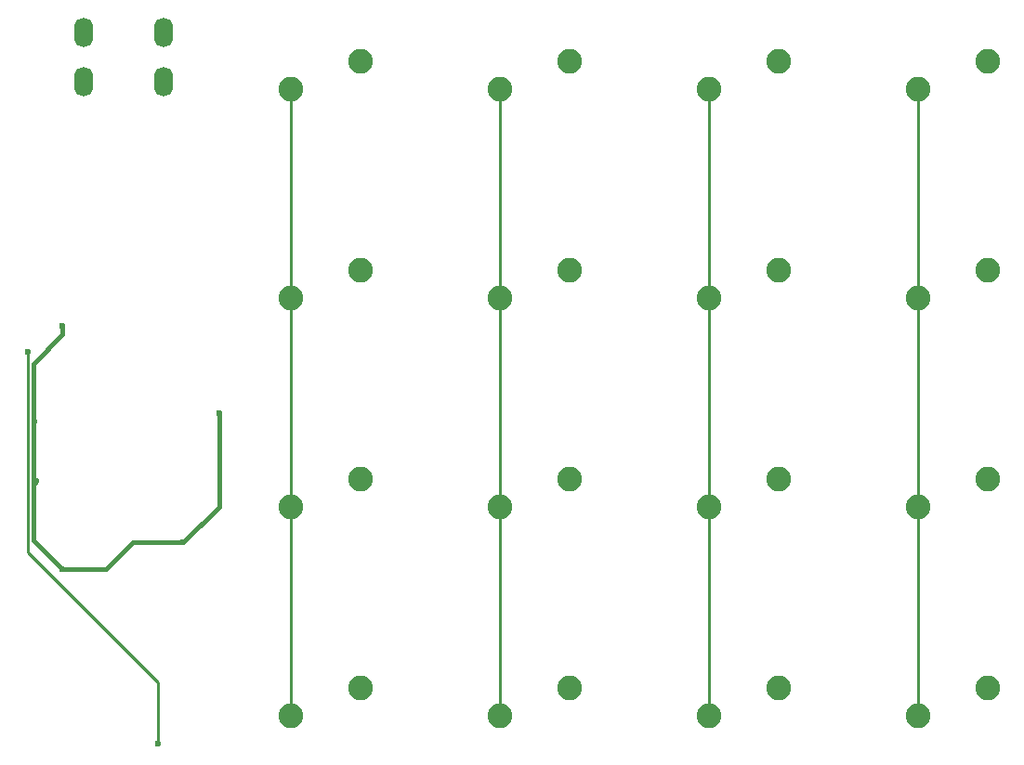
<source format=gbr>
%TF.GenerationSoftware,KiCad,Pcbnew,8.0.0*%
%TF.CreationDate,2025-01-29T17:19:00-08:00*%
%TF.ProjectId,IEEE-Macropad,49454545-2d4d-4616-9372-6f7061642e6b,rev?*%
%TF.SameCoordinates,Original*%
%TF.FileFunction,Copper,L1,Top*%
%TF.FilePolarity,Positive*%
%FSLAX46Y46*%
G04 Gerber Fmt 4.6, Leading zero omitted, Abs format (unit mm)*
G04 Created by KiCad (PCBNEW 8.0.0) date 2025-01-29 17:19:00*
%MOMM*%
%LPD*%
G01*
G04 APERTURE LIST*
%TA.AperFunction,ComponentPad*%
%ADD10C,2.250000*%
%TD*%
%TA.AperFunction,ComponentPad*%
%ADD11O,1.700000X2.700000*%
%TD*%
%TA.AperFunction,ViaPad*%
%ADD12C,0.600000*%
%TD*%
%TA.AperFunction,Conductor*%
%ADD13C,0.381000*%
%TD*%
%TA.AperFunction,Conductor*%
%ADD14C,0.254000*%
%TD*%
G04 APERTURE END LIST*
D10*
%TO.P,MX6,1,COL*%
%TO.N,COL1*%
X172402500Y-50641250D03*
%TO.P,MX6,2,ROW*%
%TO.N,Net-(D6-A)*%
X178752500Y-48101250D03*
%TD*%
%TO.P,MX11,1,COL*%
%TO.N,COL2*%
X191452500Y-69691250D03*
%TO.P,MX11,2,ROW*%
%TO.N,Net-(D11-A)*%
X197802500Y-67151250D03*
%TD*%
%TO.P,MX16,1,COL*%
%TO.N,COL3*%
X210502500Y-88741250D03*
%TO.P,MX16,2,ROW*%
%TO.N,Net-(D16-A)*%
X216852500Y-86201250D03*
%TD*%
%TO.P,MX8,1,COL*%
%TO.N,COL3*%
X210502500Y-50641250D03*
%TO.P,MX8,2,ROW*%
%TO.N,Net-(D8-A)*%
X216852500Y-48101250D03*
%TD*%
%TO.P,MX4,1,COL*%
%TO.N,COL3*%
X210502500Y-31591250D03*
%TO.P,MX4,2,ROW*%
%TO.N,Net-(D4-A)*%
X216852500Y-29051250D03*
%TD*%
%TO.P,MX3,1,COL*%
%TO.N,COL2*%
X191452500Y-31591250D03*
%TO.P,MX3,2,ROW*%
%TO.N,Net-(D3-A)*%
X197802500Y-29051250D03*
%TD*%
%TO.P,MX5,1,COL*%
%TO.N,COL0*%
X153352500Y-50641250D03*
%TO.P,MX5,2,ROW*%
%TO.N,Net-(D5-A)*%
X159702500Y-48101250D03*
%TD*%
%TO.P,MX1,1,COL*%
%TO.N,COL0*%
X153352500Y-31591250D03*
%TO.P,MX1,2,ROW*%
%TO.N,Net-(D1-A)*%
X159702500Y-29051250D03*
%TD*%
%TO.P,MX12,1,COL*%
%TO.N,COL3*%
X210502500Y-69691250D03*
%TO.P,MX12,2,ROW*%
%TO.N,Net-(D12-A)*%
X216852500Y-67151250D03*
%TD*%
%TO.P,MX15,1,COL*%
%TO.N,COL2*%
X191452500Y-88741250D03*
%TO.P,MX15,2,ROW*%
%TO.N,Net-(D15-A)*%
X197802500Y-86201250D03*
%TD*%
%TO.P,MX2,1,COL*%
%TO.N,COL1*%
X172402500Y-31591250D03*
%TO.P,MX2,2,ROW*%
%TO.N,Net-(D2-A)*%
X178752500Y-29051250D03*
%TD*%
%TO.P,MX9,1,COL*%
%TO.N,COL0*%
X153352500Y-69691250D03*
%TO.P,MX9,2,ROW*%
%TO.N,Net-(D9-A)*%
X159702500Y-67151250D03*
%TD*%
%TO.P,MX7,1,COL*%
%TO.N,COL2*%
X191452500Y-50641250D03*
%TO.P,MX7,2,ROW*%
%TO.N,Net-(D7-A)*%
X197802500Y-48101250D03*
%TD*%
%TO.P,MX10,1,COL*%
%TO.N,COL1*%
X172402500Y-69691250D03*
%TO.P,MX10,2,ROW*%
%TO.N,Net-(D10-A)*%
X178752500Y-67151250D03*
%TD*%
%TO.P,MX14,1,COL*%
%TO.N,COL1*%
X172402500Y-88741250D03*
%TO.P,MX14,2,ROW*%
%TO.N,Net-(D14-A)*%
X178752500Y-86201250D03*
%TD*%
%TO.P,MX13,1,COL*%
%TO.N,COL0*%
X153352500Y-88741250D03*
%TO.P,MX13,2,ROW*%
%TO.N,Net-(D13-A)*%
X159702500Y-86201250D03*
%TD*%
D11*
%TO.P,USB1,6,SHIELD*%
%TO.N,unconnected-(USB1-SHIELD-Pad6)*%
X141768750Y-26456250D03*
X134468750Y-26456250D03*
X141768750Y-30956250D03*
X134468750Y-30956250D03*
%TD*%
D12*
%TO.N,+5V*%
X132556250Y-53181250D03*
X130008250Y-61912500D03*
X130175000Y-67350000D03*
X132556250Y-75406250D03*
X143577367Y-72933617D03*
X146843750Y-61118750D03*
%TO.N,Net-(U1-~{RESET})*%
X141287500Y-91281250D03*
X129381250Y-55562500D03*
%TD*%
D13*
%TO.N,+5V*%
X130056250Y-67468750D02*
X130175000Y-67350000D01*
X143577367Y-72933617D02*
X138997633Y-72933617D01*
X129898750Y-56632500D02*
X129898750Y-67468750D01*
X129898750Y-67468750D02*
X130056250Y-67468750D01*
X136525000Y-75406250D02*
X132556250Y-75406250D01*
X146843750Y-61118750D02*
X146843750Y-69667234D01*
X146843750Y-69667234D02*
X143577367Y-72933617D01*
X129898750Y-67468750D02*
X129898750Y-72748750D01*
X132556250Y-53975000D02*
X129898750Y-56632500D01*
X132556250Y-53181250D02*
X132556250Y-53975000D01*
X129898750Y-72748750D02*
X132556250Y-75406250D01*
X138997633Y-72933617D02*
X136525000Y-75406250D01*
D14*
%TO.N,COL0*%
X153352500Y-31591250D02*
X153352500Y-50641250D01*
X153352500Y-88741250D02*
X153352500Y-69691250D01*
X153352500Y-50641250D02*
X153352500Y-69691250D01*
%TO.N,COL1*%
X172402500Y-50641250D02*
X172402500Y-31591250D01*
X172402500Y-88741250D02*
X172402500Y-69691250D01*
X172402500Y-69691250D02*
X172402500Y-50641250D01*
%TO.N,COL2*%
X191452500Y-50641250D02*
X191452500Y-69691250D01*
X191452500Y-69691250D02*
X191452500Y-88741250D01*
X191452500Y-31591250D02*
X191452500Y-50641250D01*
%TO.N,COL3*%
X210502500Y-69691250D02*
X210502500Y-50641250D01*
X210502500Y-88741250D02*
X210502500Y-69691250D01*
X210502500Y-50641250D02*
X210502500Y-31591250D01*
%TO.N,Net-(U1-~{RESET})*%
X141287500Y-85725000D02*
X129381250Y-73818750D01*
X129381250Y-73025000D02*
X129381250Y-55562500D01*
X129381250Y-73818750D02*
X129381250Y-73025000D01*
X141287500Y-91281250D02*
X141287500Y-85725000D01*
%TD*%
M02*

</source>
